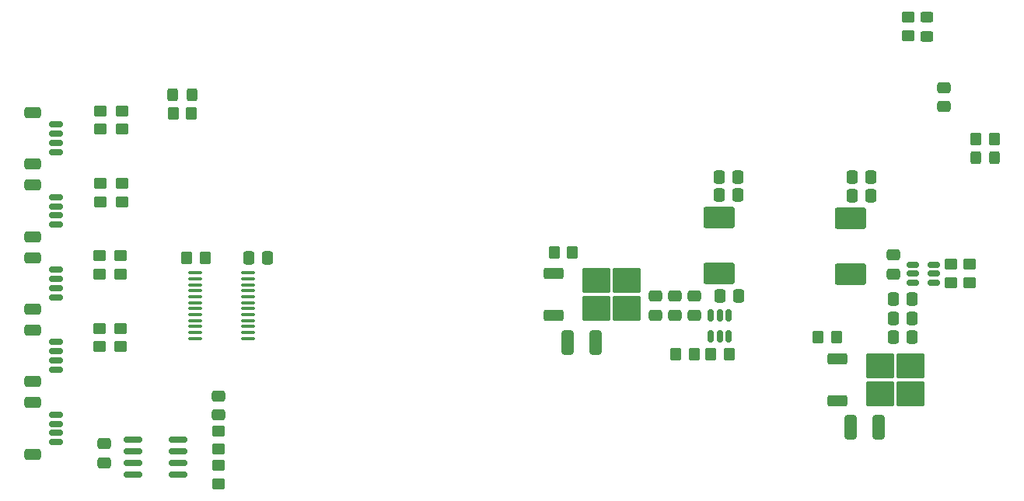
<source format=gtp>
%TF.GenerationSoftware,KiCad,Pcbnew,8.0.5+1*%
%TF.CreationDate,2024-10-17T13:50:31-04:00*%
%TF.ProjectId,mainBoard,6d61696e-426f-4617-9264-2e6b69636164,rev?*%
%TF.SameCoordinates,Original*%
%TF.FileFunction,Paste,Top*%
%TF.FilePolarity,Positive*%
%FSLAX46Y46*%
G04 Gerber Fmt 4.6, Leading zero omitted, Abs format (unit mm)*
G04 Created by KiCad (PCBNEW 8.0.5+1) date 2024-10-17 13:50:31*
%MOMM*%
%LPD*%
G01*
G04 APERTURE LIST*
G04 Aperture macros list*
%AMRoundRect*
0 Rectangle with rounded corners*
0 $1 Rounding radius*
0 $2 $3 $4 $5 $6 $7 $8 $9 X,Y pos of 4 corners*
0 Add a 4 corners polygon primitive as box body*
4,1,4,$2,$3,$4,$5,$6,$7,$8,$9,$2,$3,0*
0 Add four circle primitives for the rounded corners*
1,1,$1+$1,$2,$3*
1,1,$1+$1,$4,$5*
1,1,$1+$1,$6,$7*
1,1,$1+$1,$8,$9*
0 Add four rect primitives between the rounded corners*
20,1,$1+$1,$2,$3,$4,$5,0*
20,1,$1+$1,$4,$5,$6,$7,0*
20,1,$1+$1,$6,$7,$8,$9,0*
20,1,$1+$1,$8,$9,$2,$3,0*%
G04 Aperture macros list end*
%ADD10RoundRect,0.150000X0.625000X-0.150000X0.625000X0.150000X-0.625000X0.150000X-0.625000X-0.150000X0*%
%ADD11RoundRect,0.250000X0.650000X-0.350000X0.650000X0.350000X-0.650000X0.350000X-0.650000X-0.350000X0*%
%ADD12RoundRect,0.250000X-0.337500X-0.475000X0.337500X-0.475000X0.337500X0.475000X-0.337500X0.475000X0*%
%ADD13RoundRect,0.250000X0.337500X0.475000X-0.337500X0.475000X-0.337500X-0.475000X0.337500X-0.475000X0*%
%ADD14RoundRect,0.250000X0.475000X-0.337500X0.475000X0.337500X-0.475000X0.337500X-0.475000X-0.337500X0*%
%ADD15RoundRect,0.250000X-0.350000X-0.450000X0.350000X-0.450000X0.350000X0.450000X-0.350000X0.450000X0*%
%ADD16RoundRect,0.250000X0.450000X-0.350000X0.450000X0.350000X-0.450000X0.350000X-0.450000X-0.350000X0*%
%ADD17RoundRect,0.150000X-0.512500X-0.150000X0.512500X-0.150000X0.512500X0.150000X-0.512500X0.150000X0*%
%ADD18RoundRect,0.250000X-0.450000X0.350000X-0.450000X-0.350000X0.450000X-0.350000X0.450000X0.350000X0*%
%ADD19RoundRect,0.150000X-0.150000X0.512500X-0.150000X-0.512500X0.150000X-0.512500X0.150000X0.512500X0*%
%ADD20RoundRect,0.235000X1.465000X-0.940000X1.465000X0.940000X-1.465000X0.940000X-1.465000X-0.940000X0*%
%ADD21RoundRect,0.250000X0.325000X0.450000X-0.325000X0.450000X-0.325000X-0.450000X0.325000X-0.450000X0*%
%ADD22RoundRect,0.250000X-0.850000X-0.350000X0.850000X-0.350000X0.850000X0.350000X-0.850000X0.350000X0*%
%ADD23RoundRect,0.250000X-1.275000X-1.125000X1.275000X-1.125000X1.275000X1.125000X-1.275000X1.125000X0*%
%ADD24RoundRect,0.250000X-0.475000X0.337500X-0.475000X-0.337500X0.475000X-0.337500X0.475000X0.337500X0*%
%ADD25RoundRect,0.250000X0.400000X1.075000X-0.400000X1.075000X-0.400000X-1.075000X0.400000X-1.075000X0*%
%ADD26RoundRect,0.250000X0.350000X0.450000X-0.350000X0.450000X-0.350000X-0.450000X0.350000X-0.450000X0*%
%ADD27RoundRect,0.150000X-0.825000X-0.150000X0.825000X-0.150000X0.825000X0.150000X-0.825000X0.150000X0*%
%ADD28RoundRect,0.250000X0.450000X-0.325000X0.450000X0.325000X-0.450000X0.325000X-0.450000X-0.325000X0*%
%ADD29RoundRect,0.100000X-0.637500X-0.100000X0.637500X-0.100000X0.637500X0.100000X-0.637500X0.100000X0*%
%ADD30RoundRect,0.250000X-0.325000X-0.450000X0.325000X-0.450000X0.325000X0.450000X-0.325000X0.450000X0*%
G04 APERTURE END LIST*
D10*
%TO.C,J16*%
X21050000Y-38305000D03*
X21050000Y-37305000D03*
X21050000Y-36305000D03*
X21050000Y-35305000D03*
D11*
X18525000Y-39605000D03*
X18525000Y-34005000D03*
%TD*%
D12*
%TO.C,C5*%
X107727500Y-41015000D03*
X109802500Y-41015000D03*
%TD*%
D13*
%TO.C,C3*%
X114289071Y-58490001D03*
X112214071Y-58490001D03*
%TD*%
D12*
%TO.C,C6*%
X107737500Y-43075000D03*
X109812500Y-43075000D03*
%TD*%
D14*
%TO.C,C8*%
X88431094Y-56090930D03*
X88431094Y-54015930D03*
%TD*%
D15*
%TO.C,R6*%
X92391094Y-60353430D03*
X94391094Y-60353430D03*
%TD*%
D12*
%TO.C,C12*%
X93252978Y-42975000D03*
X95327978Y-42975000D03*
%TD*%
D16*
%TO.C,R3*%
X38725000Y-70675000D03*
X38725000Y-68675000D03*
%TD*%
D13*
%TO.C,C2*%
X114289071Y-56400001D03*
X112214071Y-56400001D03*
%TD*%
D17*
%TO.C,U1*%
X114339071Y-50600001D03*
X114339071Y-51550001D03*
X114339071Y-52500001D03*
X116614071Y-52500001D03*
X116614071Y-51550001D03*
X116614071Y-50600001D03*
%TD*%
D14*
%TO.C,C16*%
X38725000Y-66932500D03*
X38725000Y-64857500D03*
%TD*%
D18*
%TO.C,R19*%
X25795000Y-49595000D03*
X25795000Y-51595000D03*
%TD*%
D13*
%TO.C,C1*%
X114289071Y-54310001D03*
X112214071Y-54310001D03*
%TD*%
D18*
%TO.C,R2*%
X120576571Y-50495001D03*
X120576571Y-52495001D03*
%TD*%
%TO.C,R17*%
X25895000Y-41695000D03*
X25895000Y-43695000D03*
%TD*%
D19*
%TO.C,U2*%
X94291094Y-56065930D03*
X93341094Y-56065930D03*
X92391094Y-56065930D03*
X92391094Y-58340930D03*
X93341094Y-58340930D03*
X94291094Y-58340930D03*
%TD*%
D20*
%TO.C,L2*%
X93311094Y-51508430D03*
X93311094Y-45458430D03*
%TD*%
D18*
%TO.C,R20*%
X28125000Y-49595000D03*
X28125000Y-51595000D03*
%TD*%
D21*
%TO.C,D2*%
X35841571Y-32025001D03*
X33791571Y-32025001D03*
%TD*%
D18*
%TO.C,R16*%
X28225000Y-33795000D03*
X28225000Y-35795000D03*
%TD*%
D14*
%TO.C,C10*%
X86351094Y-56090930D03*
X86351094Y-54015930D03*
%TD*%
D15*
%TO.C,R7*%
X88541094Y-60353430D03*
X90541094Y-60353430D03*
%TD*%
D22*
%TO.C,Q2*%
X106175000Y-60805000D03*
D23*
X110800000Y-61560000D03*
X110800000Y-64610000D03*
X114150000Y-61560000D03*
X114150000Y-64610000D03*
D22*
X106175000Y-65365000D03*
%TD*%
D18*
%TO.C,R18*%
X28225000Y-41695000D03*
X28225000Y-43695000D03*
%TD*%
D15*
%TO.C,R5*%
X33816571Y-34075001D03*
X35816571Y-34075001D03*
%TD*%
D24*
%TO.C,C4*%
X112266571Y-49527501D03*
X112266571Y-51602501D03*
%TD*%
D15*
%TO.C,R10*%
X75325000Y-49221428D03*
X77325000Y-49221428D03*
%TD*%
D25*
%TO.C,R13*%
X110676571Y-68325001D03*
X107576571Y-68325001D03*
%TD*%
D13*
%TO.C,C11*%
X95408594Y-54013430D03*
X93333594Y-54013430D03*
%TD*%
D25*
%TO.C,R14*%
X79851095Y-59035001D03*
X76751095Y-59035001D03*
%TD*%
D10*
%TO.C,J17*%
X21050000Y-46205000D03*
X21050000Y-45205000D03*
X21050000Y-44205000D03*
X21050000Y-43205000D03*
D11*
X18525000Y-47505000D03*
X18525000Y-41905000D03*
%TD*%
D10*
%TO.C,J20*%
X21050000Y-69905000D03*
X21050000Y-68905000D03*
X21050000Y-67905000D03*
X21050000Y-66905000D03*
D11*
X18525000Y-71205000D03*
X18525000Y-65605000D03*
%TD*%
D16*
%TO.C,R8*%
X113840000Y-25605000D03*
X113840000Y-23605000D03*
%TD*%
D12*
%TO.C,C13*%
X93252978Y-40985000D03*
X95327978Y-40985000D03*
%TD*%
D18*
%TO.C,R21*%
X25795000Y-57495000D03*
X25795000Y-59495000D03*
%TD*%
D10*
%TO.C,J18*%
X21050000Y-54105000D03*
X21050000Y-53105000D03*
X21050000Y-52105000D03*
X21050000Y-51105000D03*
D11*
X18525000Y-55405000D03*
X18525000Y-49805000D03*
%TD*%
D18*
%TO.C,R22*%
X28125000Y-57495000D03*
X28125000Y-59495000D03*
%TD*%
D15*
%TO.C,R4*%
X121245001Y-36853429D03*
X123245001Y-36853429D03*
%TD*%
D26*
%TO.C,R9*%
X106046572Y-58453430D03*
X104046572Y-58453430D03*
%TD*%
D20*
%TO.C,L1*%
X107626571Y-51580001D03*
X107626571Y-45530001D03*
%TD*%
D12*
%TO.C,C7*%
X42037500Y-49805000D03*
X44112500Y-49805000D03*
%TD*%
D16*
%TO.C,R24*%
X38725000Y-74425000D03*
X38725000Y-72425000D03*
%TD*%
D22*
%TO.C,Q1*%
X75275000Y-51550000D03*
D23*
X79900000Y-52305000D03*
X79900000Y-55355000D03*
X83250000Y-52305000D03*
X83250000Y-55355000D03*
D22*
X75275000Y-56110000D03*
%TD*%
D27*
%TO.C,IC1*%
X29445000Y-69670000D03*
X29445000Y-70940000D03*
X29445000Y-72210000D03*
X29445000Y-73480000D03*
X34395000Y-73480000D03*
X34395000Y-72210000D03*
X34395000Y-70940000D03*
X34395000Y-69670000D03*
%TD*%
D14*
%TO.C,C9*%
X90541094Y-56090930D03*
X90541094Y-54015930D03*
%TD*%
D16*
%TO.C,R1*%
X118546571Y-52495001D03*
X118546571Y-50495001D03*
%TD*%
D18*
%TO.C,R15*%
X25895000Y-33795000D03*
X25895000Y-35795000D03*
%TD*%
D28*
%TO.C,D3*%
X115931572Y-25663430D03*
X115931572Y-23613430D03*
%TD*%
D24*
%TO.C,C15*%
X117776571Y-31247501D03*
X117776571Y-33322501D03*
%TD*%
D26*
%TO.C,R23*%
X37295000Y-49805000D03*
X35295000Y-49805000D03*
%TD*%
D10*
%TO.C,J19*%
X21050000Y-62005000D03*
X21050000Y-61005000D03*
X21050000Y-60005000D03*
X21050000Y-59005000D03*
D11*
X18525000Y-63305000D03*
X18525000Y-57705000D03*
%TD*%
D29*
%TO.C,U3*%
X36257500Y-51450000D03*
X36257500Y-52100000D03*
X36257500Y-52750000D03*
X36257500Y-53400000D03*
X36257500Y-54050000D03*
X36257500Y-54700000D03*
X36257500Y-55350000D03*
X36257500Y-56000000D03*
X36257500Y-56650000D03*
X36257500Y-57300000D03*
X36257500Y-57950000D03*
X36257500Y-58600000D03*
X41982500Y-58600000D03*
X41982500Y-57950000D03*
X41982500Y-57300000D03*
X41982500Y-56650000D03*
X41982500Y-56000000D03*
X41982500Y-55350000D03*
X41982500Y-54700000D03*
X41982500Y-54050000D03*
X41982500Y-53400000D03*
X41982500Y-52750000D03*
X41982500Y-52100000D03*
X41982500Y-51450000D03*
%TD*%
D30*
%TO.C,D1*%
X121220001Y-38890001D03*
X123270001Y-38890001D03*
%TD*%
D14*
%TO.C,C14*%
X26315000Y-72162500D03*
X26315000Y-70087500D03*
%TD*%
M02*

</source>
